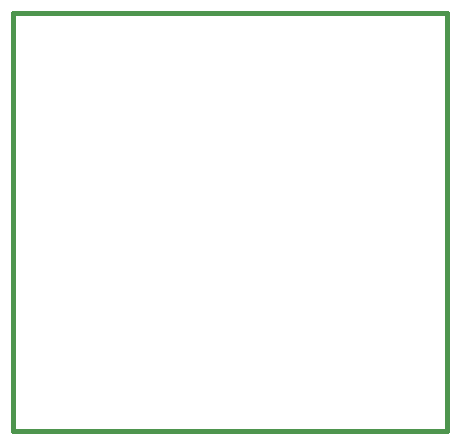
<source format=gbr>
G04 (created by PCBNEW-RS274X (2010-12-06 BZR 2371)-stable) date Thu 16 Jun 2011 17:41:28 ART*
G01*
G70*
G90*
%MOIN*%
G04 Gerber Fmt 3.4, Leading zero omitted, Abs format*
%FSLAX34Y34*%
G04 APERTURE LIST*
%ADD10C,0.001000*%
%ADD11C,0.015000*%
G04 APERTURE END LIST*
G54D10*
G54D11*
X27450Y-07350D02*
X27450Y-08200D01*
X13000Y-07350D02*
X27450Y-07350D01*
X13000Y-07800D02*
X13000Y-07350D01*
X27450Y-21300D02*
X27450Y-07700D01*
X13000Y-21300D02*
X27450Y-21300D01*
X13000Y-07700D02*
X13000Y-21300D01*
M02*

</source>
